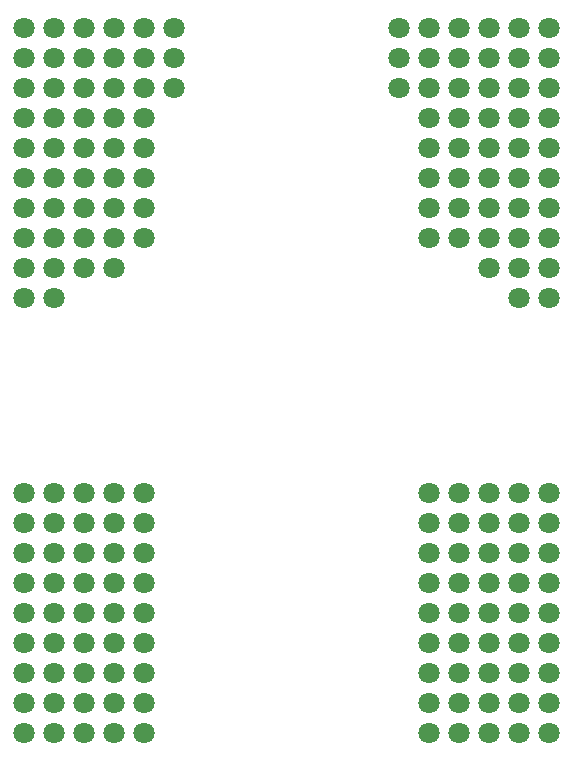
<source format=gbr>
G04 #@! TF.FileFunction,Copper,L1,Top,Signal*
%FSLAX46Y46*%
G04 Gerber Fmt 4.6, Leading zero omitted, Abs format (unit mm)*
G04 Created by KiCad (PCBNEW 4.0.2+dfsg1-stable) date tor 22 sep 2016 18:21:24 CEST*
%MOMM*%
G01*
G04 APERTURE LIST*
%ADD10C,0.100000*%
%ADD11C,1.800000*%
G04 APERTURE END LIST*
D10*
D11*
X57370000Y-41430000D03*
X57370000Y-43970000D03*
X57370000Y-38890000D03*
X70070000Y-61750000D03*
X67530000Y-61750000D03*
X70070000Y-59210000D03*
X67530000Y-59210000D03*
X64990000Y-59210000D03*
X70070000Y-56670000D03*
X67530000Y-56670000D03*
X64990000Y-56670000D03*
X62450000Y-56670000D03*
X59910000Y-56670000D03*
X70070000Y-54130000D03*
X67530000Y-54130000D03*
X64990000Y-54130000D03*
X62450000Y-54130000D03*
X59910000Y-54130000D03*
X70070000Y-51590000D03*
X67530000Y-51590000D03*
X64990000Y-51590000D03*
X62450000Y-51590000D03*
X59910000Y-51590000D03*
X70070000Y-49050000D03*
X67530000Y-49050000D03*
X64990000Y-49050000D03*
X62450000Y-49050000D03*
X59910000Y-49050000D03*
X70070000Y-46510000D03*
X67530000Y-46510000D03*
X64990000Y-46510000D03*
X62450000Y-46510000D03*
X59910000Y-46510000D03*
X70070000Y-43970000D03*
X67530000Y-43970000D03*
X64990000Y-43970000D03*
X62450000Y-43970000D03*
X59910000Y-43970000D03*
X70070000Y-41430000D03*
X67530000Y-41430000D03*
X64990000Y-41430000D03*
X62450000Y-41430000D03*
X59910000Y-41430000D03*
X70070000Y-38890000D03*
X67530000Y-38890000D03*
X64990000Y-38890000D03*
X62450000Y-38890000D03*
X59910000Y-38890000D03*
X28160000Y-61750000D03*
X25620000Y-61750000D03*
X33240000Y-59210000D03*
X30700000Y-59210000D03*
X28160000Y-59210000D03*
X25620000Y-59210000D03*
X35780000Y-56670000D03*
X33240000Y-56670000D03*
X30700000Y-56670000D03*
X28160000Y-56670000D03*
X25620000Y-56670000D03*
X35780000Y-54130000D03*
X33240000Y-54130000D03*
X30700000Y-54130000D03*
X28160000Y-54130000D03*
X25620000Y-54130000D03*
X35780000Y-51590000D03*
X33240000Y-51590000D03*
X30700000Y-51590000D03*
X28160000Y-51590000D03*
X25620000Y-51590000D03*
X35780000Y-49050000D03*
X33240000Y-49050000D03*
X30700000Y-49050000D03*
X28160000Y-49050000D03*
X25620000Y-49050000D03*
X35780000Y-46510000D03*
X33240000Y-46510000D03*
X30700000Y-46510000D03*
X28160000Y-46510000D03*
X25620000Y-46510000D03*
X38320000Y-43970000D03*
X35780000Y-43970000D03*
X33240000Y-43970000D03*
X30700000Y-43970000D03*
X28160000Y-43970000D03*
X25620000Y-43970000D03*
X38320000Y-41430000D03*
X35780000Y-41430000D03*
X33240000Y-41430000D03*
X30700000Y-41430000D03*
X28160000Y-41430000D03*
X25620000Y-41430000D03*
X38320000Y-38890000D03*
X35780000Y-38890000D03*
X33240000Y-38890000D03*
X30700000Y-38890000D03*
X28160000Y-38890000D03*
X70070000Y-98580000D03*
X67530000Y-98580000D03*
X64990000Y-98580000D03*
X62450000Y-98580000D03*
X59910000Y-98580000D03*
X70070000Y-96040000D03*
X67530000Y-96040000D03*
X64990000Y-96040000D03*
X62450000Y-96040000D03*
X59910000Y-96040000D03*
X70070000Y-93500000D03*
X67530000Y-93500000D03*
X64990000Y-93500000D03*
X62450000Y-93500000D03*
X59910000Y-93500000D03*
X70070000Y-90960000D03*
X67530000Y-90960000D03*
X64990000Y-90960000D03*
X62450000Y-90960000D03*
X59910000Y-90960000D03*
X70070000Y-88420000D03*
X67530000Y-88420000D03*
X64990000Y-88420000D03*
X62450000Y-88420000D03*
X59910000Y-88420000D03*
X70070000Y-85880000D03*
X67530000Y-85880000D03*
X64990000Y-85880000D03*
X62450000Y-85880000D03*
X59910000Y-85880000D03*
X70070000Y-83340000D03*
X67530000Y-83340000D03*
X64990000Y-83340000D03*
X62450000Y-83340000D03*
X59910000Y-83340000D03*
X70070000Y-80800000D03*
X67530000Y-80800000D03*
X64990000Y-80800000D03*
X62450000Y-80800000D03*
X59910000Y-80800000D03*
X70070000Y-78260000D03*
X67530000Y-78260000D03*
X64990000Y-78260000D03*
X62450000Y-78260000D03*
X35780000Y-98580000D03*
X33240000Y-98580000D03*
X30700000Y-98580000D03*
X28160000Y-98580000D03*
X25620000Y-98580000D03*
X35780000Y-96040000D03*
X33240000Y-96040000D03*
X30700000Y-96040000D03*
X28160000Y-96040000D03*
X25620000Y-96040000D03*
X35780000Y-93500000D03*
X33240000Y-93500000D03*
X30700000Y-93500000D03*
X28160000Y-93500000D03*
X25620000Y-93500000D03*
X35780000Y-90960000D03*
X33240000Y-90960000D03*
X30700000Y-90960000D03*
X28160000Y-90960000D03*
X25620000Y-90960000D03*
X35780000Y-88420000D03*
X33240000Y-88420000D03*
X30700000Y-88420000D03*
X28160000Y-88420000D03*
X25620000Y-88420000D03*
X35780000Y-85880000D03*
X33240000Y-85880000D03*
X30700000Y-85880000D03*
X28160000Y-85880000D03*
X25620000Y-85880000D03*
X35780000Y-83340000D03*
X33240000Y-83340000D03*
X30700000Y-83340000D03*
X28160000Y-83340000D03*
X25620000Y-83340000D03*
X35780000Y-80800000D03*
X33240000Y-80800000D03*
X30700000Y-80800000D03*
X28160000Y-80800000D03*
X25620000Y-80800000D03*
X35780000Y-78260000D03*
X33240000Y-78260000D03*
X30700000Y-78260000D03*
X28160000Y-78260000D03*
X25620000Y-78260000D03*
X59910000Y-78260000D03*
X25620000Y-38890000D03*
M02*

</source>
